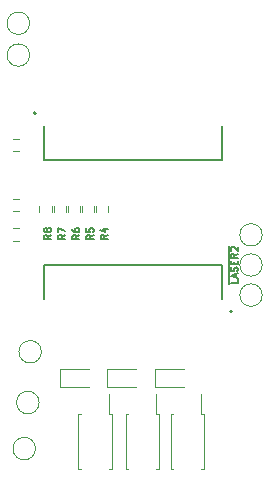
<source format=gbr>
%TF.GenerationSoftware,KiCad,Pcbnew,7.0.5-0*%
%TF.CreationDate,2023-06-28T16:40:04-07:00*%
%TF.ProjectId,SLM-VERA,534c4d2d-5645-4524-912e-6b696361645f,rev?*%
%TF.SameCoordinates,PX5f5d2a1PY5f5eba0*%
%TF.FileFunction,Legend,Top*%
%TF.FilePolarity,Positive*%
%FSLAX46Y46*%
G04 Gerber Fmt 4.6, Leading zero omitted, Abs format (unit mm)*
G04 Created by KiCad (PCBNEW 7.0.5-0) date 2023-06-28 16:40:04*
%MOMM*%
%LPD*%
G01*
G04 APERTURE LIST*
%ADD10C,0.150000*%
%ADD11C,0.120000*%
%ADD12C,0.127000*%
%ADD13C,0.200000*%
G04 APERTURE END LIST*
D10*
%TO.C,R4*%
X12269771Y26500001D02*
X11984057Y26300001D01*
X12269771Y26157144D02*
X11669771Y26157144D01*
X11669771Y26157144D02*
X11669771Y26385715D01*
X11669771Y26385715D02*
X11698342Y26442858D01*
X11698342Y26442858D02*
X11726914Y26471429D01*
X11726914Y26471429D02*
X11784057Y26500001D01*
X11784057Y26500001D02*
X11869771Y26500001D01*
X11869771Y26500001D02*
X11926914Y26471429D01*
X11926914Y26471429D02*
X11955485Y26442858D01*
X11955485Y26442858D02*
X11984057Y26385715D01*
X11984057Y26385715D02*
X11984057Y26157144D01*
X11869771Y27014286D02*
X12269771Y27014286D01*
X11641200Y26871429D02*
X12069771Y26728572D01*
X12069771Y26728572D02*
X12069771Y27100001D01*
%TO.C,R6*%
X9869771Y26500001D02*
X9584057Y26300001D01*
X9869771Y26157144D02*
X9269771Y26157144D01*
X9269771Y26157144D02*
X9269771Y26385715D01*
X9269771Y26385715D02*
X9298342Y26442858D01*
X9298342Y26442858D02*
X9326914Y26471429D01*
X9326914Y26471429D02*
X9384057Y26500001D01*
X9384057Y26500001D02*
X9469771Y26500001D01*
X9469771Y26500001D02*
X9526914Y26471429D01*
X9526914Y26471429D02*
X9555485Y26442858D01*
X9555485Y26442858D02*
X9584057Y26385715D01*
X9584057Y26385715D02*
X9584057Y26157144D01*
X9269771Y27014286D02*
X9269771Y26900001D01*
X9269771Y26900001D02*
X9298342Y26842858D01*
X9298342Y26842858D02*
X9326914Y26814286D01*
X9326914Y26814286D02*
X9412628Y26757144D01*
X9412628Y26757144D02*
X9526914Y26728572D01*
X9526914Y26728572D02*
X9755485Y26728572D01*
X9755485Y26728572D02*
X9812628Y26757144D01*
X9812628Y26757144D02*
X9841200Y26785715D01*
X9841200Y26785715D02*
X9869771Y26842858D01*
X9869771Y26842858D02*
X9869771Y26957144D01*
X9869771Y26957144D02*
X9841200Y27014286D01*
X9841200Y27014286D02*
X9812628Y27042858D01*
X9812628Y27042858D02*
X9755485Y27071429D01*
X9755485Y27071429D02*
X9612628Y27071429D01*
X9612628Y27071429D02*
X9555485Y27042858D01*
X9555485Y27042858D02*
X9526914Y27014286D01*
X9526914Y27014286D02*
X9498342Y26957144D01*
X9498342Y26957144D02*
X9498342Y26842858D01*
X9498342Y26842858D02*
X9526914Y26785715D01*
X9526914Y26785715D02*
X9555485Y26757144D01*
X9555485Y26757144D02*
X9612628Y26728572D01*
%TO.C,~{LASER2}*%
X23265912Y22732132D02*
X23265912Y22446418D01*
X23265912Y22446418D02*
X22665912Y22446418D01*
X23094483Y22903560D02*
X23094483Y23189274D01*
X23265912Y22846417D02*
X22665912Y23046417D01*
X22665912Y23046417D02*
X23265912Y23246417D01*
X23237341Y23417846D02*
X23265912Y23503560D01*
X23265912Y23503560D02*
X23265912Y23646418D01*
X23265912Y23646418D02*
X23237341Y23703560D01*
X23237341Y23703560D02*
X23208769Y23732132D01*
X23208769Y23732132D02*
X23151626Y23760703D01*
X23151626Y23760703D02*
X23094483Y23760703D01*
X23094483Y23760703D02*
X23037341Y23732132D01*
X23037341Y23732132D02*
X23008769Y23703560D01*
X23008769Y23703560D02*
X22980198Y23646418D01*
X22980198Y23646418D02*
X22951626Y23532132D01*
X22951626Y23532132D02*
X22923055Y23474989D01*
X22923055Y23474989D02*
X22894483Y23446418D01*
X22894483Y23446418D02*
X22837341Y23417846D01*
X22837341Y23417846D02*
X22780198Y23417846D01*
X22780198Y23417846D02*
X22723055Y23446418D01*
X22723055Y23446418D02*
X22694483Y23474989D01*
X22694483Y23474989D02*
X22665912Y23532132D01*
X22665912Y23532132D02*
X22665912Y23674989D01*
X22665912Y23674989D02*
X22694483Y23760703D01*
X22951626Y24017847D02*
X22951626Y24217847D01*
X23265912Y24303561D02*
X23265912Y24017847D01*
X23265912Y24017847D02*
X22665912Y24017847D01*
X22665912Y24017847D02*
X22665912Y24303561D01*
X23265912Y24903561D02*
X22980198Y24703561D01*
X23265912Y24560704D02*
X22665912Y24560704D01*
X22665912Y24560704D02*
X22665912Y24789275D01*
X22665912Y24789275D02*
X22694483Y24846418D01*
X22694483Y24846418D02*
X22723055Y24874989D01*
X22723055Y24874989D02*
X22780198Y24903561D01*
X22780198Y24903561D02*
X22865912Y24903561D01*
X22865912Y24903561D02*
X22923055Y24874989D01*
X22923055Y24874989D02*
X22951626Y24846418D01*
X22951626Y24846418D02*
X22980198Y24789275D01*
X22980198Y24789275D02*
X22980198Y24560704D01*
X22723055Y25132132D02*
X22694483Y25160704D01*
X22694483Y25160704D02*
X22665912Y25217846D01*
X22665912Y25217846D02*
X22665912Y25360704D01*
X22665912Y25360704D02*
X22694483Y25417846D01*
X22694483Y25417846D02*
X22723055Y25446418D01*
X22723055Y25446418D02*
X22780198Y25474989D01*
X22780198Y25474989D02*
X22837341Y25474989D01*
X22837341Y25474989D02*
X22923055Y25446418D01*
X22923055Y25446418D02*
X23265912Y25103561D01*
X23265912Y25103561D02*
X23265912Y25474989D01*
X22499341Y22363560D02*
X22499341Y25529275D01*
%TO.C,R8*%
X7469771Y26500001D02*
X7184057Y26300001D01*
X7469771Y26157144D02*
X6869771Y26157144D01*
X6869771Y26157144D02*
X6869771Y26385715D01*
X6869771Y26385715D02*
X6898342Y26442858D01*
X6898342Y26442858D02*
X6926914Y26471429D01*
X6926914Y26471429D02*
X6984057Y26500001D01*
X6984057Y26500001D02*
X7069771Y26500001D01*
X7069771Y26500001D02*
X7126914Y26471429D01*
X7126914Y26471429D02*
X7155485Y26442858D01*
X7155485Y26442858D02*
X7184057Y26385715D01*
X7184057Y26385715D02*
X7184057Y26157144D01*
X7126914Y26842858D02*
X7098342Y26785715D01*
X7098342Y26785715D02*
X7069771Y26757144D01*
X7069771Y26757144D02*
X7012628Y26728572D01*
X7012628Y26728572D02*
X6984057Y26728572D01*
X6984057Y26728572D02*
X6926914Y26757144D01*
X6926914Y26757144D02*
X6898342Y26785715D01*
X6898342Y26785715D02*
X6869771Y26842858D01*
X6869771Y26842858D02*
X6869771Y26957144D01*
X6869771Y26957144D02*
X6898342Y27014286D01*
X6898342Y27014286D02*
X6926914Y27042858D01*
X6926914Y27042858D02*
X6984057Y27071429D01*
X6984057Y27071429D02*
X7012628Y27071429D01*
X7012628Y27071429D02*
X7069771Y27042858D01*
X7069771Y27042858D02*
X7098342Y27014286D01*
X7098342Y27014286D02*
X7126914Y26957144D01*
X7126914Y26957144D02*
X7126914Y26842858D01*
X7126914Y26842858D02*
X7155485Y26785715D01*
X7155485Y26785715D02*
X7184057Y26757144D01*
X7184057Y26757144D02*
X7241200Y26728572D01*
X7241200Y26728572D02*
X7355485Y26728572D01*
X7355485Y26728572D02*
X7412628Y26757144D01*
X7412628Y26757144D02*
X7441200Y26785715D01*
X7441200Y26785715D02*
X7469771Y26842858D01*
X7469771Y26842858D02*
X7469771Y26957144D01*
X7469771Y26957144D02*
X7441200Y27014286D01*
X7441200Y27014286D02*
X7412628Y27042858D01*
X7412628Y27042858D02*
X7355485Y27071429D01*
X7355485Y27071429D02*
X7241200Y27071429D01*
X7241200Y27071429D02*
X7184057Y27042858D01*
X7184057Y27042858D02*
X7155485Y27014286D01*
X7155485Y27014286D02*
X7126914Y26957144D01*
%TO.C,R7*%
X8669771Y26500001D02*
X8384057Y26300001D01*
X8669771Y26157144D02*
X8069771Y26157144D01*
X8069771Y26157144D02*
X8069771Y26385715D01*
X8069771Y26385715D02*
X8098342Y26442858D01*
X8098342Y26442858D02*
X8126914Y26471429D01*
X8126914Y26471429D02*
X8184057Y26500001D01*
X8184057Y26500001D02*
X8269771Y26500001D01*
X8269771Y26500001D02*
X8326914Y26471429D01*
X8326914Y26471429D02*
X8355485Y26442858D01*
X8355485Y26442858D02*
X8384057Y26385715D01*
X8384057Y26385715D02*
X8384057Y26157144D01*
X8069771Y26700001D02*
X8069771Y27100001D01*
X8069771Y27100001D02*
X8669771Y26842858D01*
%TO.C,R5*%
X11069771Y26500001D02*
X10784057Y26300001D01*
X11069771Y26157144D02*
X10469771Y26157144D01*
X10469771Y26157144D02*
X10469771Y26385715D01*
X10469771Y26385715D02*
X10498342Y26442858D01*
X10498342Y26442858D02*
X10526914Y26471429D01*
X10526914Y26471429D02*
X10584057Y26500001D01*
X10584057Y26500001D02*
X10669771Y26500001D01*
X10669771Y26500001D02*
X10726914Y26471429D01*
X10726914Y26471429D02*
X10755485Y26442858D01*
X10755485Y26442858D02*
X10784057Y26385715D01*
X10784057Y26385715D02*
X10784057Y26157144D01*
X10469771Y27042858D02*
X10469771Y26757144D01*
X10469771Y26757144D02*
X10755485Y26728572D01*
X10755485Y26728572D02*
X10726914Y26757144D01*
X10726914Y26757144D02*
X10698342Y26814286D01*
X10698342Y26814286D02*
X10698342Y26957144D01*
X10698342Y26957144D02*
X10726914Y27014286D01*
X10726914Y27014286D02*
X10755485Y27042858D01*
X10755485Y27042858D02*
X10812628Y27071429D01*
X10812628Y27071429D02*
X10955485Y27071429D01*
X10955485Y27071429D02*
X11012628Y27042858D01*
X11012628Y27042858D02*
X11041200Y27014286D01*
X11041200Y27014286D02*
X11069771Y26957144D01*
X11069771Y26957144D02*
X11069771Y26814286D01*
X11069771Y26814286D02*
X11041200Y26757144D01*
X11041200Y26757144D02*
X11012628Y26728572D01*
D11*
%TO.C,R1*%
X4259141Y25997500D02*
X4733657Y25997500D01*
X4259141Y27042500D02*
X4733657Y27042500D01*
%TO.C,R4*%
X12322500Y28462742D02*
X12322500Y28937258D01*
X11277500Y28462742D02*
X11277500Y28937258D01*
%TO.C,D3*%
X16240000Y15122500D02*
X16240000Y13652500D01*
X16240000Y13652500D02*
X18700000Y13652500D01*
X18700000Y15122500D02*
X16240000Y15122500D01*
%TO.C,U2*%
X16610000Y9000000D02*
X16610000Y6690000D01*
X13790000Y9000000D02*
X13790000Y11310000D01*
X16610000Y6690000D02*
X16395000Y6690000D01*
X16610000Y9000000D02*
X16610000Y11310000D01*
X13790000Y11310000D02*
X14005000Y11310000D01*
X16610000Y11310000D02*
X16395000Y11310000D01*
X16395000Y11310000D02*
X16395000Y13000000D01*
X13790000Y9000000D02*
X13790000Y6690000D01*
X13790000Y6690000D02*
X14005000Y6690000D01*
%TO.C,D1*%
X8240000Y15122500D02*
X8240000Y13652500D01*
X8240000Y13652500D02*
X10700000Y13652500D01*
X10700000Y15122500D02*
X8240000Y15122500D01*
%TO.C,R6*%
X9922500Y28462742D02*
X9922500Y28937258D01*
X8877500Y28462742D02*
X8877500Y28937258D01*
%TO.C,U3*%
X20410000Y9000000D02*
X20410000Y6690000D01*
X17590000Y9000000D02*
X17590000Y11310000D01*
X20410000Y6690000D02*
X20195000Y6690000D01*
X20410000Y9000000D02*
X20410000Y11310000D01*
X17590000Y11310000D02*
X17805000Y11310000D01*
X20410000Y11310000D02*
X20195000Y11310000D01*
X20195000Y11310000D02*
X20195000Y13000000D01*
X17590000Y9000000D02*
X17590000Y6690000D01*
X17590000Y6690000D02*
X17805000Y6690000D01*
%TO.C,~{LED3}*%
X6650000Y16600000D02*
G75*
G03*
X6650000Y16600000I-950000J0D01*
G01*
%TO.C,R2*%
X4262741Y28497500D02*
X4737257Y28497500D01*
X4262741Y29542500D02*
X4737257Y29542500D01*
%TO.C,~{LASER2}*%
X25346141Y23946417D02*
G75*
G03*
X25346141Y23946417I-950000J0D01*
G01*
D12*
%TO.C,J1*%
X6850000Y23975000D02*
X6850000Y21095000D01*
X21950000Y23975000D02*
X6850000Y23975000D01*
X21950000Y21095000D02*
X21950000Y23975000D01*
D13*
X22800000Y20025000D02*
G75*
G03*
X22800000Y20025000I-100000J0D01*
G01*
D11*
%TO.C,R8*%
X7522500Y28462742D02*
X7522500Y28937258D01*
X6477500Y28462742D02*
X6477500Y28937258D01*
D12*
%TO.C,J2*%
X21950000Y32850000D02*
X21950000Y35730000D01*
X6850000Y32850000D02*
X21950000Y32850000D01*
X6850000Y35730000D02*
X6850000Y32850000D01*
D13*
X6200000Y36800000D02*
G75*
G03*
X6200000Y36800000I-100000J0D01*
G01*
D11*
%TO.C,STROBE*%
X5649999Y41720000D02*
G75*
G03*
X5649999Y41720000I-950000J0D01*
G01*
%TO.C,R7*%
X8722500Y28462742D02*
X8722500Y28937258D01*
X7677500Y28462742D02*
X7677500Y28937258D01*
%TO.C,~{LASER1}*%
X25350000Y26500000D02*
G75*
G03*
X25350000Y26500000I-950000J0D01*
G01*
%TO.C,D2*%
X14700000Y15122500D02*
X12240000Y15122500D01*
X12240000Y13652500D02*
X14700000Y13652500D01*
X12240000Y15122500D02*
X12240000Y13652500D01*
%TO.C,~{LED1}*%
X6150000Y8400000D02*
G75*
G03*
X6150000Y8400000I-950000J0D01*
G01*
%TO.C,U1*%
X12610000Y9000000D02*
X12610000Y6690000D01*
X9790000Y9000000D02*
X9790000Y11310000D01*
X12610000Y6690000D02*
X12395000Y6690000D01*
X12610000Y9000000D02*
X12610000Y11310000D01*
X9790000Y11310000D02*
X10005000Y11310000D01*
X12610000Y11310000D02*
X12395000Y11310000D01*
X12395000Y11310000D02*
X12395000Y13000000D01*
X9790000Y9000000D02*
X9790000Y6690000D01*
X9790000Y6690000D02*
X10005000Y6690000D01*
%TO.C,R5*%
X11122500Y28462742D02*
X11122500Y28937258D01*
X10077500Y28462742D02*
X10077500Y28937258D01*
%TO.C,TRIGGER*%
X5649999Y44420000D02*
G75*
G03*
X5649999Y44420000I-950000J0D01*
G01*
%TO.C,~{LASER3}*%
X25350000Y21400000D02*
G75*
G03*
X25350000Y21400000I-950000J0D01*
G01*
%TO.C,~{LED2}*%
X6450000Y12300000D02*
G75*
G03*
X6450000Y12300000I-950000J0D01*
G01*
%TO.C,R3*%
X4262741Y33597500D02*
X4737257Y33597500D01*
X4262741Y34642500D02*
X4737257Y34642500D01*
%TD*%
M02*

</source>
